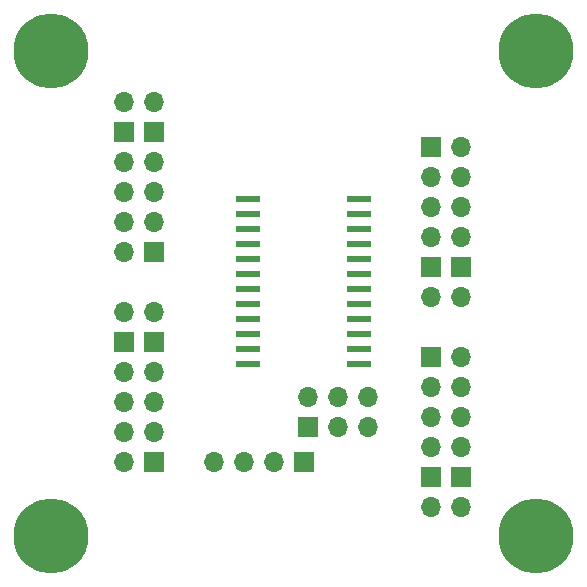
<source format=gbr>
%TF.GenerationSoftware,KiCad,Pcbnew,(5.1.10)-1*%
%TF.CreationDate,2022-04-03T09:04:15-04:00*%
%TF.ProjectId,I2C-RPT-08,4932432d-5250-4542-9d30-382e6b696361,2*%
%TF.SameCoordinates,Original*%
%TF.FileFunction,Soldermask,Top*%
%TF.FilePolarity,Negative*%
%FSLAX46Y46*%
G04 Gerber Fmt 4.6, Leading zero omitted, Abs format (unit mm)*
G04 Created by KiCad (PCBNEW (5.1.10)-1) date 2022-04-03 09:04:15*
%MOMM*%
%LPD*%
G01*
G04 APERTURE LIST*
%ADD10C,6.350000*%
%ADD11R,1.700000X1.700000*%
%ADD12O,1.700000X1.700000*%
%ADD13R,2.000000X0.600000*%
G04 APERTURE END LIST*
D10*
%TO.C,MTG1*%
X159000000Y-84000000D03*
%TD*%
%TO.C,MTG3*%
X200000000Y-84000000D03*
%TD*%
%TO.C,MTG2*%
X159000000Y-125000000D03*
%TD*%
%TO.C,MTG4*%
X200000000Y-125000000D03*
%TD*%
D11*
%TO.C,J1*%
X180340000Y-118745000D03*
D12*
X177800000Y-118745000D03*
X175260000Y-118745000D03*
X172720000Y-118745000D03*
%TD*%
D11*
%TO.C,J2*%
X191135000Y-109855000D03*
D12*
X193675000Y-109855000D03*
X191135000Y-112395000D03*
X193675000Y-112395000D03*
X191135000Y-114935000D03*
X193675000Y-114935000D03*
X191135000Y-117475000D03*
X193675000Y-117475000D03*
%TD*%
D11*
%TO.C,J3*%
X191135000Y-92075000D03*
D12*
X193675000Y-92075000D03*
X191135000Y-94615000D03*
X193675000Y-94615000D03*
X191135000Y-97155000D03*
X193675000Y-97155000D03*
X191135000Y-99695000D03*
X193675000Y-99695000D03*
%TD*%
D11*
%TO.C,J4*%
X167640000Y-100965000D03*
D12*
X165100000Y-100965000D03*
X167640000Y-98425000D03*
X165100000Y-98425000D03*
X167640000Y-95885000D03*
X165100000Y-95885000D03*
X167640000Y-93345000D03*
X165100000Y-93345000D03*
%TD*%
D11*
%TO.C,J5*%
X167640000Y-118745000D03*
D12*
X165100000Y-118745000D03*
X167640000Y-116205000D03*
X165100000Y-116205000D03*
X167640000Y-113665000D03*
X165100000Y-113665000D03*
X167640000Y-111125000D03*
X165100000Y-111125000D03*
%TD*%
D11*
%TO.C,H1*%
X191135000Y-120015000D03*
D12*
X191135000Y-122555000D03*
%TD*%
D11*
%TO.C,H2*%
X193675000Y-120015000D03*
D12*
X193675000Y-122555000D03*
%TD*%
D11*
%TO.C,H3*%
X191135000Y-102235000D03*
D12*
X191135000Y-104775000D03*
%TD*%
D11*
%TO.C,H4*%
X193675000Y-102235000D03*
D12*
X193675000Y-104775000D03*
%TD*%
D11*
%TO.C,H5*%
X167640000Y-90805000D03*
D12*
X167640000Y-88265000D03*
%TD*%
D11*
%TO.C,H6*%
X165100000Y-90805000D03*
D12*
X165100000Y-88265000D03*
%TD*%
D11*
%TO.C,H7*%
X167640000Y-108585000D03*
D12*
X167640000Y-106045000D03*
%TD*%
D11*
%TO.C,H8*%
X165100000Y-108585000D03*
D12*
X165100000Y-106045000D03*
%TD*%
D13*
%TO.C,U1*%
X185040000Y-110490000D03*
X185040000Y-109220000D03*
X185040000Y-107950000D03*
X185040000Y-106680000D03*
X185040000Y-105410000D03*
X185040000Y-104140000D03*
X185040000Y-102870000D03*
X185040000Y-101600000D03*
X185040000Y-100330000D03*
X185040000Y-99060000D03*
X185040000Y-97790000D03*
X185040000Y-96520000D03*
X175640000Y-96520000D03*
X175640000Y-97790000D03*
X175640000Y-99060000D03*
X175640000Y-100330000D03*
X175640000Y-101600000D03*
X175640000Y-102870000D03*
X175640000Y-104140000D03*
X175640000Y-105410000D03*
X175640000Y-106680000D03*
X175640000Y-107950000D03*
X175640000Y-109220000D03*
X175640000Y-110490000D03*
%TD*%
D11*
%TO.C,H9*%
X180721000Y-115824000D03*
D12*
X180721000Y-113284000D03*
X183261000Y-115824000D03*
X183261000Y-113284000D03*
X185801000Y-115824000D03*
X185801000Y-113284000D03*
%TD*%
M02*

</source>
